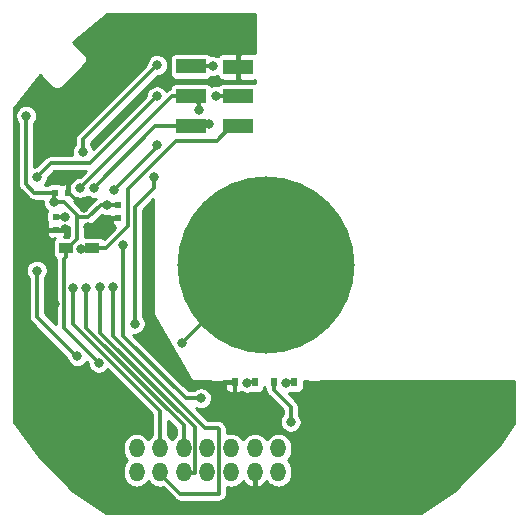
<source format=gbl>
%TF.GenerationSoftware,KiCad,Pcbnew,no-vcs-found-e0b9a21~60~ubuntu16.04.1*%
%TF.CreationDate,2017-10-13T14:39:50+03:00*%
%TF.ProjectId,livolo_1_channel_1way_eu_switch,6C69766F6C6F5F315F6368616E6E656C,rev?*%
%TF.SameCoordinates,Original*%
%TF.FileFunction,Copper,L2,Bot,Signal*%
%TF.FilePolarity,Positive*%
%FSLAX46Y46*%
G04 Gerber Fmt 4.6, Leading zero omitted, Abs format (unit mm)*
G04 Created by KiCad (PCBNEW no-vcs-found-e0b9a21~60~ubuntu16.04.1) date Fri Oct 13 14:39:50 2017*
%MOMM*%
%LPD*%
G01*
G04 APERTURE LIST*
%ADD10O,1.300000X1.600000*%
%ADD11R,2.500000X1.270000*%
%ADD12R,0.500000X0.600000*%
%ADD13R,0.600000X0.500000*%
%ADD14R,0.600000X0.800000*%
%ADD15R,1.200000X0.900000*%
%ADD16C,15.000000*%
%ADD17C,0.450000*%
%ADD18C,0.800000*%
%ADD19C,0.300000*%
%ADD20C,0.254000*%
G04 APERTURE END LIST*
D10*
X143650000Y-107550000D03*
X143650000Y-109550000D03*
X141650000Y-107550000D03*
X141650000Y-109550000D03*
X139650000Y-107550000D03*
X139650000Y-109550000D03*
X137650000Y-107550000D03*
X137650000Y-109550000D03*
X135650000Y-107550000D03*
X135650000Y-109550000D03*
X133650000Y-107550000D03*
X133650000Y-109550000D03*
X131650000Y-107550000D03*
X131650000Y-109550000D03*
D11*
X136250000Y-75210000D03*
X136250000Y-77750000D03*
X136250000Y-80290000D03*
X140250000Y-80290000D03*
X140250000Y-77750000D03*
X140250000Y-75250000D03*
D12*
X124800000Y-89050000D03*
X124800000Y-87950000D03*
D13*
X125850000Y-85900000D03*
X124750000Y-85900000D03*
D12*
X130100000Y-86950000D03*
X130100000Y-88050000D03*
D14*
X145000000Y-101950000D03*
X143300000Y-101950000D03*
X141650000Y-101950000D03*
X139950000Y-101950000D03*
D15*
X125700000Y-90600000D03*
X127900000Y-90600000D03*
D16*
X142575738Y-92033008D03*
D17*
X138649999Y-72000000D03*
X140649999Y-72000000D03*
X128649999Y-74000000D03*
X140649999Y-74000000D03*
X124649999Y-78000000D03*
X128649999Y-104000000D03*
X148649999Y-104000000D03*
X150649999Y-104000000D03*
X152649999Y-104000000D03*
X154649999Y-104000000D03*
X156649999Y-104000000D03*
X158649999Y-104000000D03*
X160649999Y-104000000D03*
X162649999Y-104000000D03*
X130649999Y-106000000D03*
X132649999Y-106000000D03*
X134649999Y-106000000D03*
X140649999Y-106000000D03*
X142649999Y-106000000D03*
X146649999Y-106000000D03*
X148649999Y-106000000D03*
X150649999Y-106000000D03*
X152649999Y-106000000D03*
X154649999Y-106000000D03*
X156649999Y-106000000D03*
X158649999Y-106000000D03*
X160649999Y-106000000D03*
X162649999Y-106000000D03*
X128649999Y-108000000D03*
X146649999Y-108000000D03*
X148649999Y-108000000D03*
X150649999Y-108000000D03*
X152649999Y-108000000D03*
X154649999Y-108000000D03*
X156649999Y-108000000D03*
X158649999Y-108000000D03*
X160649999Y-108000000D03*
X126649999Y-110000000D03*
X128649999Y-110000000D03*
X146649999Y-110000000D03*
X148649999Y-110000000D03*
X150649999Y-110000000D03*
X152649999Y-110000000D03*
X154649999Y-110000000D03*
X156649999Y-110000000D03*
X158649999Y-110000000D03*
X128649999Y-112000000D03*
X130649999Y-112000000D03*
X132649999Y-112000000D03*
X140649999Y-112000000D03*
X142649999Y-112000000D03*
X144649999Y-112000000D03*
X146649999Y-112000000D03*
X148649999Y-112000000D03*
X150649999Y-112000000D03*
X152649999Y-112000000D03*
X154649999Y-112000000D03*
X156649999Y-112000000D03*
D18*
X138100000Y-75200000D03*
X128443827Y-100308710D03*
X122300000Y-79400000D03*
X144700010Y-105300000D03*
X129180005Y-86956868D03*
X124636339Y-86692430D03*
X124699989Y-95315693D03*
X127400000Y-79000000D03*
X125400000Y-100900000D03*
X127524562Y-88800012D03*
X127200000Y-87200000D03*
X129600000Y-88900000D03*
X125600000Y-89000000D03*
X125600000Y-87949987D03*
X126950002Y-90700000D03*
X128033830Y-85500012D03*
X137784307Y-80084307D03*
X133354609Y-77754609D03*
X123200000Y-84600000D03*
X138400000Y-77700000D03*
X136900000Y-78900000D03*
X126900000Y-85500000D03*
X144300000Y-102000000D03*
X141000000Y-102000000D03*
X126629477Y-99740115D03*
X123200000Y-92500000D03*
X137100000Y-103300000D03*
X130516755Y-90299999D03*
X129636057Y-93904635D03*
X127377917Y-93969404D03*
X128586056Y-93899938D03*
X126300000Y-93974998D03*
X133400000Y-81900000D03*
X129700000Y-85700000D03*
X127100000Y-82500000D03*
X133400000Y-75100000D03*
X133100000Y-84600000D03*
X131500000Y-97000000D03*
X135500000Y-98600000D03*
D19*
X130100000Y-88050000D02*
X129600000Y-88050000D01*
X129600000Y-88050000D02*
X129600000Y-88900000D01*
X139635000Y-80290000D02*
X140250000Y-80290000D01*
X138425000Y-81500000D02*
X139635000Y-80290000D01*
X127900000Y-90600000D02*
X129032750Y-90600000D01*
X135015996Y-81500000D02*
X138425000Y-81500000D01*
X130900000Y-88732750D02*
X130900000Y-85615996D01*
X130900000Y-85615996D02*
X135015996Y-81500000D01*
X129032750Y-90600000D02*
X130900000Y-88732750D01*
X138600000Y-111400000D02*
X135350000Y-111400000D01*
X135350000Y-111400000D02*
X133650000Y-109700000D01*
X133650000Y-109700000D02*
X133650000Y-109550000D01*
X137400000Y-105800000D02*
X138500000Y-105800000D01*
X138500000Y-105800000D02*
X138600000Y-105900000D01*
X138600000Y-105900000D02*
X138600000Y-111400000D01*
X136600000Y-109677832D02*
X135777832Y-109677832D01*
X135777832Y-109677832D02*
X135650000Y-109550000D01*
X136600000Y-105777832D02*
X136600000Y-109677832D01*
X125499999Y-91550001D02*
X125499999Y-97364882D01*
X125700000Y-90600000D02*
X125700000Y-91350000D01*
X125700000Y-91350000D02*
X125499999Y-91550001D01*
X125499999Y-97364882D02*
X128443827Y-100308710D01*
X138100000Y-75200000D02*
X136260000Y-75200000D01*
X136260000Y-75200000D02*
X136250000Y-75210000D01*
X126784004Y-88000002D02*
X126600000Y-87815998D01*
X128614320Y-86956868D02*
X127571186Y-88000002D01*
X129180005Y-86956868D02*
X128614320Y-86956868D01*
X127571186Y-88000002D02*
X126784004Y-88000002D01*
X123000000Y-85900000D02*
X122300000Y-85200000D01*
X122300000Y-85200000D02*
X122300000Y-79400000D01*
X124750000Y-85900000D02*
X123000000Y-85900000D01*
X144700010Y-104050010D02*
X144700010Y-105300000D01*
X130100000Y-86950000D02*
X129186873Y-86950000D01*
X129186873Y-86950000D02*
X129180005Y-86956868D01*
X125476432Y-86692430D02*
X124636339Y-86692430D01*
X126600000Y-89850000D02*
X126600000Y-87815998D01*
X125700000Y-90600000D02*
X125850000Y-90600000D01*
X126600000Y-87815998D02*
X125476432Y-86692430D01*
X125850000Y-90600000D02*
X126600000Y-89850000D01*
X124636339Y-86692430D02*
X124636339Y-86013661D01*
X124636339Y-86013661D02*
X124750000Y-85900000D01*
X143300000Y-101950000D02*
X143300000Y-102650000D01*
X143300000Y-102650000D02*
X144700010Y-104050010D01*
X143650000Y-109400000D02*
X143650000Y-109550000D01*
X127762083Y-88800012D02*
X127524562Y-88800012D01*
X128512095Y-88050000D02*
X127762083Y-88800012D01*
X130100000Y-88050000D02*
X128512095Y-88050000D01*
X125900000Y-85900000D02*
X127200000Y-87200000D01*
X125850000Y-85900000D02*
X125900000Y-85900000D01*
X125550000Y-89050000D02*
X125600000Y-89000000D01*
X124800000Y-89050000D02*
X125550000Y-89050000D01*
X124800000Y-87950000D02*
X125599987Y-87950000D01*
X125599987Y-87950000D02*
X125600000Y-87949987D01*
X126950002Y-90700000D02*
X127800000Y-90700000D01*
X127800000Y-90700000D02*
X127900000Y-90600000D01*
X133243842Y-80290000D02*
X128033830Y-85500012D01*
X136250000Y-80290000D02*
X133243842Y-80290000D01*
X136455693Y-80084307D02*
X137218622Y-80084307D01*
X136250000Y-80290000D02*
X136455693Y-80084307D01*
X137218622Y-80084307D02*
X137784307Y-80084307D01*
X123200000Y-84600000D02*
X124400000Y-83400000D01*
X124400000Y-83400000D02*
X127709218Y-83400000D01*
X127709218Y-83400000D02*
X133354609Y-77754609D01*
X138400000Y-77700000D02*
X140200000Y-77700000D01*
X140200000Y-77700000D02*
X140250000Y-77750000D01*
X136900000Y-78900000D02*
X136900000Y-78400000D01*
X136900000Y-78400000D02*
X136250000Y-77750000D01*
X126900000Y-85500000D02*
X134650000Y-77750000D01*
X134650000Y-77750000D02*
X136250000Y-77750000D01*
X145000000Y-101950000D02*
X144350000Y-101950000D01*
X144350000Y-101950000D02*
X144300000Y-102000000D01*
X141650000Y-101950000D02*
X141050000Y-101950000D01*
X141050000Y-101950000D02*
X141000000Y-102000000D01*
X123200000Y-92500000D02*
X123200000Y-96400000D01*
X123200000Y-96400000D02*
X126540115Y-99740115D01*
X126540115Y-99740115D02*
X126629477Y-99740115D01*
X135800000Y-103300000D02*
X137100000Y-103300000D01*
X130516755Y-98016755D02*
X135800000Y-103300000D01*
X130516755Y-90299999D02*
X130516755Y-98016755D01*
X129636057Y-93904635D02*
X129636057Y-98036057D01*
X129636057Y-98036057D02*
X137400000Y-105800000D01*
X135650000Y-105605665D02*
X135650000Y-107550000D01*
X127377917Y-97333582D02*
X135650000Y-105605665D01*
X127377917Y-93969404D02*
X127377917Y-97333582D01*
X136600000Y-105777832D02*
X128586056Y-97763888D01*
X128586056Y-97763888D02*
X128586056Y-93899938D01*
X126300000Y-97033498D02*
X126300000Y-93974998D01*
X133650000Y-107550000D02*
X133650000Y-104383498D01*
X133650000Y-104383498D02*
X126300000Y-97033498D01*
X129700000Y-85700000D02*
X133400000Y-82000000D01*
X133400000Y-82000000D02*
X133400000Y-81900000D01*
X133400000Y-75100000D02*
X127100000Y-81400000D01*
X127100000Y-81400000D02*
X127100000Y-82500000D01*
X131500000Y-97000000D02*
X131500000Y-87100000D01*
X131500000Y-87100000D02*
X133100000Y-85500000D01*
X133100000Y-85500000D02*
X133100000Y-84600000D01*
X142575738Y-92033008D02*
X142066992Y-92033008D01*
X142066992Y-92033008D02*
X135500000Y-98600000D01*
D20*
G36*
X141673000Y-74116238D02*
X141653720Y-74108252D01*
X141551905Y-74088000D01*
X140454750Y-74088000D01*
X140323000Y-74219750D01*
X140323000Y-75177000D01*
X140343000Y-75177000D01*
X140343000Y-75323000D01*
X140323000Y-75323000D01*
X140323000Y-76280250D01*
X140454750Y-76412000D01*
X141551905Y-76412000D01*
X141653720Y-76391748D01*
X141673000Y-76383762D01*
X141673000Y-76616767D01*
X141603310Y-76595626D01*
X141500000Y-76585451D01*
X139000000Y-76585451D01*
X138896690Y-76595626D01*
X138797350Y-76625761D01*
X138705798Y-76674696D01*
X138625552Y-76740552D01*
X138583847Y-76791370D01*
X138497367Y-76773618D01*
X138315577Y-76772349D01*
X138137003Y-76806413D01*
X137968915Y-76874326D01*
X137940304Y-76820798D01*
X137874448Y-76740552D01*
X137794202Y-76674696D01*
X137702650Y-76625761D01*
X137603310Y-76595626D01*
X137500000Y-76585451D01*
X135000000Y-76585451D01*
X134896690Y-76595626D01*
X134797350Y-76625761D01*
X134705798Y-76674696D01*
X134625552Y-76740552D01*
X134559696Y-76820798D01*
X134510761Y-76912350D01*
X134480626Y-77011690D01*
X134471933Y-77099953D01*
X134458632Y-77103969D01*
X134398584Y-77121415D01*
X134395425Y-77123052D01*
X134392015Y-77124082D01*
X134336781Y-77153451D01*
X134281279Y-77182220D01*
X134278497Y-77184441D01*
X134275354Y-77186112D01*
X134226903Y-77225628D01*
X134178019Y-77264652D01*
X134173063Y-77269539D01*
X134172963Y-77269621D01*
X134172886Y-77269714D01*
X134171289Y-77271289D01*
X134156389Y-77286189D01*
X134076458Y-77165883D01*
X133948360Y-77036887D01*
X133797646Y-76935230D01*
X133630057Y-76864782D01*
X133451976Y-76828227D01*
X133270186Y-76826958D01*
X133091612Y-76861022D01*
X132923056Y-76929124D01*
X132770937Y-77028667D01*
X132641050Y-77155862D01*
X132538342Y-77305863D01*
X132466726Y-77472956D01*
X132428929Y-77650777D01*
X132427908Y-77723887D01*
X127971092Y-82180703D01*
X127922452Y-82062694D01*
X127821849Y-81911274D01*
X127777000Y-81866111D01*
X127777000Y-81680422D01*
X133429561Y-76027862D01*
X133471463Y-76028740D01*
X133650495Y-75997171D01*
X133819986Y-75931430D01*
X133973479Y-75834020D01*
X134105130Y-75708651D01*
X134209921Y-75560099D01*
X134283864Y-75394022D01*
X134324140Y-75216746D01*
X134327039Y-75009103D01*
X134291729Y-74830771D01*
X134222452Y-74662694D01*
X134164189Y-74575000D01*
X134470451Y-74575000D01*
X134470451Y-75845000D01*
X134480626Y-75948310D01*
X134510761Y-76047650D01*
X134559696Y-76139202D01*
X134625552Y-76219448D01*
X134705798Y-76285304D01*
X134797350Y-76334239D01*
X134896690Y-76364374D01*
X135000000Y-76374549D01*
X137500000Y-76374549D01*
X137603310Y-76364374D01*
X137702650Y-76334239D01*
X137794202Y-76285304D01*
X137874448Y-76219448D01*
X137940304Y-76139202D01*
X137952325Y-76116713D01*
X137989708Y-76124932D01*
X138171463Y-76128740D01*
X138350495Y-76097171D01*
X138494351Y-76041373D01*
X138532979Y-76134628D01*
X138590652Y-76220943D01*
X138664057Y-76294348D01*
X138750372Y-76352021D01*
X138846280Y-76391748D01*
X138948095Y-76412000D01*
X140045250Y-76412000D01*
X140177000Y-76280250D01*
X140177000Y-75323000D01*
X140157000Y-75323000D01*
X140157000Y-75177000D01*
X140177000Y-75177000D01*
X140177000Y-74219750D01*
X140045250Y-74088000D01*
X138948095Y-74088000D01*
X138846280Y-74108252D01*
X138750372Y-74147979D01*
X138664057Y-74205652D01*
X138590652Y-74279057D01*
X138532979Y-74365372D01*
X138529091Y-74374759D01*
X138375448Y-74310173D01*
X138197367Y-74273618D01*
X138015577Y-74272349D01*
X137943171Y-74286161D01*
X137940304Y-74280798D01*
X137874448Y-74200552D01*
X137794202Y-74134696D01*
X137702650Y-74085761D01*
X137603310Y-74055626D01*
X137500000Y-74045451D01*
X135000000Y-74045451D01*
X134896690Y-74055626D01*
X134797350Y-74085761D01*
X134705798Y-74134696D01*
X134625552Y-74200552D01*
X134559696Y-74280798D01*
X134510761Y-74372350D01*
X134480626Y-74471690D01*
X134470451Y-74575000D01*
X134164189Y-74575000D01*
X134121849Y-74511274D01*
X133993751Y-74382278D01*
X133843037Y-74280621D01*
X133675448Y-74210173D01*
X133497367Y-74173618D01*
X133315577Y-74172349D01*
X133137003Y-74206413D01*
X132968447Y-74274515D01*
X132816328Y-74374058D01*
X132686441Y-74501253D01*
X132583733Y-74651254D01*
X132512117Y-74818347D01*
X132474320Y-74996168D01*
X132473299Y-75069278D01*
X126621289Y-80921289D01*
X126581609Y-80969596D01*
X126541398Y-81017517D01*
X126539683Y-81020637D01*
X126537423Y-81023388D01*
X126507867Y-81078509D01*
X126477745Y-81133301D01*
X126476669Y-81136694D01*
X126474986Y-81139832D01*
X126456694Y-81199664D01*
X126437794Y-81259244D01*
X126437397Y-81262780D01*
X126436356Y-81266186D01*
X126430039Y-81328383D01*
X126423066Y-81390548D01*
X126423017Y-81397515D01*
X126423005Y-81397637D01*
X126423016Y-81397750D01*
X126423000Y-81400000D01*
X126423000Y-81865452D01*
X126386441Y-81901253D01*
X126283733Y-82051254D01*
X126212117Y-82218347D01*
X126174320Y-82396168D01*
X126171782Y-82577945D01*
X126198404Y-82723000D01*
X124400000Y-82723000D01*
X124337740Y-82729104D01*
X124275465Y-82734553D01*
X124272050Y-82735545D01*
X124268503Y-82735893D01*
X124208591Y-82753982D01*
X124148584Y-82771415D01*
X124145425Y-82773052D01*
X124142015Y-82774082D01*
X124086781Y-82803451D01*
X124031279Y-82832220D01*
X124028497Y-82834441D01*
X124025354Y-82836112D01*
X123976903Y-82875628D01*
X123928019Y-82914652D01*
X123923063Y-82919539D01*
X123922963Y-82919621D01*
X123922886Y-82919714D01*
X123921289Y-82921289D01*
X123169850Y-83672728D01*
X123115577Y-83672349D01*
X122977000Y-83698783D01*
X122977000Y-80035439D01*
X123005130Y-80008651D01*
X123109921Y-79860099D01*
X123183864Y-79694022D01*
X123224140Y-79516746D01*
X123227039Y-79309103D01*
X123191729Y-79130771D01*
X123122452Y-78962694D01*
X123021849Y-78811274D01*
X122893751Y-78682278D01*
X122743037Y-78580621D01*
X122575448Y-78510173D01*
X122397367Y-78473618D01*
X122215577Y-78472349D01*
X122037003Y-78506413D01*
X121868447Y-78574515D01*
X121716328Y-78674058D01*
X121586441Y-78801253D01*
X121483733Y-78951254D01*
X121412117Y-79118347D01*
X121374320Y-79296168D01*
X121371782Y-79477945D01*
X121404599Y-79656752D01*
X121471522Y-79825780D01*
X121570001Y-79978590D01*
X121623000Y-80033472D01*
X121623000Y-85200000D01*
X121629100Y-85262210D01*
X121634552Y-85324535D01*
X121635546Y-85327955D01*
X121635893Y-85331497D01*
X121653969Y-85391368D01*
X121671415Y-85451416D01*
X121673052Y-85454575D01*
X121674082Y-85457985D01*
X121703451Y-85513219D01*
X121732220Y-85568721D01*
X121734441Y-85571503D01*
X121736112Y-85574646D01*
X121775628Y-85623097D01*
X121814652Y-85671981D01*
X121819539Y-85676937D01*
X121819621Y-85677037D01*
X121819714Y-85677114D01*
X121821289Y-85678711D01*
X122521288Y-86378711D01*
X122569621Y-86418412D01*
X122617517Y-86458602D01*
X122620637Y-86460317D01*
X122623388Y-86462577D01*
X122678475Y-86492114D01*
X122733301Y-86522255D01*
X122736698Y-86523333D01*
X122739832Y-86525013D01*
X122799590Y-86543283D01*
X122859244Y-86562206D01*
X122862783Y-86562603D01*
X122866185Y-86563643D01*
X122928338Y-86569956D01*
X122990548Y-86576934D01*
X122997515Y-86576983D01*
X122997637Y-86576995D01*
X122997750Y-86576984D01*
X123000000Y-86577000D01*
X123713124Y-86577000D01*
X123710659Y-86588598D01*
X123708121Y-86770375D01*
X123740938Y-86949182D01*
X123807861Y-87118210D01*
X123906340Y-87271020D01*
X124032625Y-87401792D01*
X124070895Y-87428390D01*
X124060761Y-87447350D01*
X124030626Y-87546690D01*
X124020451Y-87650000D01*
X124020451Y-88250000D01*
X124030626Y-88353310D01*
X124060761Y-88452650D01*
X124084807Y-88497637D01*
X124082979Y-88500372D01*
X124043252Y-88596280D01*
X124023000Y-88698095D01*
X124023000Y-88845250D01*
X124154750Y-88977000D01*
X124727000Y-88977000D01*
X124727000Y-88957000D01*
X124873000Y-88957000D01*
X124873000Y-88977000D01*
X125445250Y-88977000D01*
X125546148Y-88876102D01*
X125671463Y-88878727D01*
X125850495Y-88847158D01*
X125923000Y-88819035D01*
X125923000Y-89569578D01*
X125872127Y-89620451D01*
X125503108Y-89620451D01*
X125517021Y-89599628D01*
X125556748Y-89503720D01*
X125577000Y-89401905D01*
X125577000Y-89254750D01*
X125445250Y-89123000D01*
X124873000Y-89123000D01*
X124873000Y-89143000D01*
X124727000Y-89143000D01*
X124727000Y-89123000D01*
X124154750Y-89123000D01*
X124023000Y-89254750D01*
X124023000Y-89401905D01*
X124043252Y-89503720D01*
X124082979Y-89599628D01*
X124140652Y-89685943D01*
X124214057Y-89759348D01*
X124300372Y-89817021D01*
X124396280Y-89856748D01*
X124498095Y-89877000D01*
X124595250Y-89877000D01*
X124726998Y-89745252D01*
X124726998Y-89774365D01*
X124725552Y-89775552D01*
X124659696Y-89855798D01*
X124610761Y-89947350D01*
X124580626Y-90046690D01*
X124570451Y-90150000D01*
X124570451Y-91050000D01*
X124580626Y-91153310D01*
X124610761Y-91252650D01*
X124659696Y-91344202D01*
X124725552Y-91424448D01*
X124805798Y-91490304D01*
X124827405Y-91501853D01*
X124823065Y-91540549D01*
X124823016Y-91547516D01*
X124823004Y-91547638D01*
X124823015Y-91547751D01*
X124822999Y-91550001D01*
X124822999Y-97065577D01*
X123877000Y-96119578D01*
X123877000Y-93135439D01*
X123905130Y-93108651D01*
X124009921Y-92960099D01*
X124083864Y-92794022D01*
X124124140Y-92616746D01*
X124127039Y-92409103D01*
X124091729Y-92230771D01*
X124022452Y-92062694D01*
X123921849Y-91911274D01*
X123793751Y-91782278D01*
X123643037Y-91680621D01*
X123475448Y-91610173D01*
X123297367Y-91573618D01*
X123115577Y-91572349D01*
X122937003Y-91606413D01*
X122768447Y-91674515D01*
X122616328Y-91774058D01*
X122486441Y-91901253D01*
X122383733Y-92051254D01*
X122312117Y-92218347D01*
X122274320Y-92396168D01*
X122271782Y-92577945D01*
X122304599Y-92756752D01*
X122371522Y-92925780D01*
X122470001Y-93078590D01*
X122523000Y-93133472D01*
X122523000Y-96400000D01*
X122529100Y-96462210D01*
X122534552Y-96524535D01*
X122535546Y-96527955D01*
X122535893Y-96531497D01*
X122553969Y-96591368D01*
X122571415Y-96651416D01*
X122573052Y-96654575D01*
X122574082Y-96657985D01*
X122603451Y-96713219D01*
X122632220Y-96768721D01*
X122634441Y-96771503D01*
X122636112Y-96774646D01*
X122675628Y-96823097D01*
X122714652Y-96871981D01*
X122719539Y-96876937D01*
X122719621Y-96877037D01*
X122719714Y-96877114D01*
X122721289Y-96878711D01*
X125710390Y-99867812D01*
X125734076Y-99996867D01*
X125800999Y-100165895D01*
X125899478Y-100318705D01*
X126025763Y-100449477D01*
X126175043Y-100553229D01*
X126341632Y-100626010D01*
X126519185Y-100665047D01*
X126700940Y-100668855D01*
X126879972Y-100637286D01*
X127049463Y-100571545D01*
X127202956Y-100474135D01*
X127334607Y-100348766D01*
X127413964Y-100236270D01*
X127516280Y-100338586D01*
X127515609Y-100386655D01*
X127548426Y-100565462D01*
X127615349Y-100734490D01*
X127713828Y-100887300D01*
X127840113Y-101018072D01*
X127989393Y-101121824D01*
X128155982Y-101194605D01*
X128333535Y-101233642D01*
X128515290Y-101237450D01*
X128694322Y-101205881D01*
X128863813Y-101140140D01*
X129017306Y-101042730D01*
X129148957Y-100917361D01*
X129181007Y-100871927D01*
X132973000Y-104663921D01*
X132973000Y-106434852D01*
X132826496Y-106552645D01*
X132678841Y-106728613D01*
X132650508Y-106780151D01*
X132630348Y-106742237D01*
X132485165Y-106564225D01*
X132308170Y-106417802D01*
X132106106Y-106308546D01*
X131886669Y-106240619D01*
X131658217Y-106216608D01*
X131429452Y-106237427D01*
X131209088Y-106302284D01*
X131005518Y-106408707D01*
X130826496Y-106552645D01*
X130678841Y-106728613D01*
X130568178Y-106929909D01*
X130498720Y-107148867D01*
X130473115Y-107377146D01*
X130473000Y-107393579D01*
X130473000Y-107706421D01*
X130495416Y-107935035D01*
X130561809Y-108154941D01*
X130669652Y-108357763D01*
X130814835Y-108535775D01*
X130830924Y-108549085D01*
X130826496Y-108552645D01*
X130678841Y-108728613D01*
X130568178Y-108929909D01*
X130498720Y-109148867D01*
X130473115Y-109377146D01*
X130473000Y-109393579D01*
X130473000Y-109706421D01*
X130495416Y-109935035D01*
X130561809Y-110154941D01*
X130669652Y-110357763D01*
X130814835Y-110535775D01*
X130991830Y-110682198D01*
X131193894Y-110791454D01*
X131413331Y-110859381D01*
X131641783Y-110883392D01*
X131870548Y-110862573D01*
X132090912Y-110797716D01*
X132294482Y-110691293D01*
X132473504Y-110547355D01*
X132621159Y-110371387D01*
X132649492Y-110319849D01*
X132669652Y-110357763D01*
X132814835Y-110535775D01*
X132991830Y-110682198D01*
X133193894Y-110791454D01*
X133413331Y-110859381D01*
X133641783Y-110883392D01*
X133856435Y-110863857D01*
X134871289Y-111878711D01*
X134919596Y-111918391D01*
X134967517Y-111958602D01*
X134970637Y-111960317D01*
X134973388Y-111962577D01*
X135028509Y-111992133D01*
X135083301Y-112022255D01*
X135086694Y-112023331D01*
X135089832Y-112025014D01*
X135149664Y-112043306D01*
X135209244Y-112062206D01*
X135212780Y-112062603D01*
X135216186Y-112063644D01*
X135278383Y-112069961D01*
X135340548Y-112076934D01*
X135347515Y-112076983D01*
X135347637Y-112076995D01*
X135347750Y-112076984D01*
X135350000Y-112077000D01*
X138600000Y-112077000D01*
X138663434Y-112070780D01*
X138726857Y-112065008D01*
X138729130Y-112064339D01*
X138731497Y-112064107D01*
X138792607Y-112045657D01*
X138853609Y-112027703D01*
X138855709Y-112026605D01*
X138857985Y-112025918D01*
X138914335Y-111995956D01*
X138970700Y-111966489D01*
X138972547Y-111965004D01*
X138974646Y-111963888D01*
X139024034Y-111923608D01*
X139073672Y-111883698D01*
X139075199Y-111881878D01*
X139077037Y-111880379D01*
X139117607Y-111831339D01*
X139158602Y-111782483D01*
X139159747Y-111780401D01*
X139161258Y-111778574D01*
X139191516Y-111722613D01*
X139222255Y-111666699D01*
X139222974Y-111664432D01*
X139224101Y-111662348D01*
X139242917Y-111601564D01*
X139262206Y-111540756D01*
X139262471Y-111538395D01*
X139263172Y-111536130D01*
X139269832Y-111472765D01*
X139276934Y-111409452D01*
X139276966Y-111404899D01*
X139276984Y-111404726D01*
X139276968Y-111404553D01*
X139277000Y-111400000D01*
X139277000Y-110817180D01*
X139413331Y-110859381D01*
X139641783Y-110883392D01*
X139870548Y-110862573D01*
X140090912Y-110797716D01*
X140294482Y-110691293D01*
X140473504Y-110547355D01*
X140621159Y-110371387D01*
X140651359Y-110316454D01*
X140711916Y-110414604D01*
X140869353Y-110583884D01*
X141056790Y-110719197D01*
X141267024Y-110815343D01*
X141394130Y-110848851D01*
X141577000Y-110742698D01*
X141577000Y-109623000D01*
X141557000Y-109623000D01*
X141557000Y-109477000D01*
X141577000Y-109477000D01*
X141577000Y-109457000D01*
X141723000Y-109457000D01*
X141723000Y-109477000D01*
X141743000Y-109477000D01*
X141743000Y-109623000D01*
X141723000Y-109623000D01*
X141723000Y-110742698D01*
X141905870Y-110848851D01*
X142032976Y-110815343D01*
X142243210Y-110719197D01*
X142430647Y-110583884D01*
X142588084Y-110414604D01*
X142648129Y-110317284D01*
X142669652Y-110357763D01*
X142814835Y-110535775D01*
X142991830Y-110682198D01*
X143193894Y-110791454D01*
X143413331Y-110859381D01*
X143641783Y-110883392D01*
X143870548Y-110862573D01*
X144090912Y-110797716D01*
X144294482Y-110691293D01*
X144473504Y-110547355D01*
X144621159Y-110371387D01*
X144731822Y-110170091D01*
X144801280Y-109951133D01*
X144826885Y-109722854D01*
X144827000Y-109706421D01*
X144827000Y-109393579D01*
X144804584Y-109164965D01*
X144738191Y-108945059D01*
X144630348Y-108742237D01*
X144485165Y-108564225D01*
X144469076Y-108550915D01*
X144473504Y-108547355D01*
X144621159Y-108371387D01*
X144731822Y-108170091D01*
X144801280Y-107951133D01*
X144826885Y-107722854D01*
X144827000Y-107706421D01*
X144827000Y-107393579D01*
X144804584Y-107164965D01*
X144738191Y-106945059D01*
X144630348Y-106742237D01*
X144485165Y-106564225D01*
X144308170Y-106417802D01*
X144106106Y-106308546D01*
X143886669Y-106240619D01*
X143658217Y-106216608D01*
X143429452Y-106237427D01*
X143209088Y-106302284D01*
X143005518Y-106408707D01*
X142826496Y-106552645D01*
X142678841Y-106728613D01*
X142650508Y-106780151D01*
X142630348Y-106742237D01*
X142485165Y-106564225D01*
X142308170Y-106417802D01*
X142106106Y-106308546D01*
X141886669Y-106240619D01*
X141658217Y-106216608D01*
X141429452Y-106237427D01*
X141209088Y-106302284D01*
X141005518Y-106408707D01*
X140826496Y-106552645D01*
X140678841Y-106728613D01*
X140650508Y-106780151D01*
X140630348Y-106742237D01*
X140485165Y-106564225D01*
X140308170Y-106417802D01*
X140106106Y-106308546D01*
X139886669Y-106240619D01*
X139658217Y-106216608D01*
X139429452Y-106237427D01*
X139277000Y-106282296D01*
X139277000Y-105900000D01*
X139270896Y-105837740D01*
X139265447Y-105775465D01*
X139264455Y-105772050D01*
X139264107Y-105768503D01*
X139246018Y-105708591D01*
X139228585Y-105648584D01*
X139226948Y-105645425D01*
X139225918Y-105642015D01*
X139196549Y-105586781D01*
X139167780Y-105531279D01*
X139165559Y-105528497D01*
X139163888Y-105525354D01*
X139124372Y-105476903D01*
X139085348Y-105428019D01*
X139080457Y-105423059D01*
X139080379Y-105422963D01*
X139080290Y-105422889D01*
X139078711Y-105421288D01*
X138978711Y-105321289D01*
X138930404Y-105281609D01*
X138882483Y-105241398D01*
X138879363Y-105239683D01*
X138876612Y-105237423D01*
X138821491Y-105207867D01*
X138766699Y-105177745D01*
X138763306Y-105176669D01*
X138760168Y-105174986D01*
X138700336Y-105156694D01*
X138640756Y-105137794D01*
X138637220Y-105137397D01*
X138633814Y-105136356D01*
X138571617Y-105130039D01*
X138509452Y-105123066D01*
X138502485Y-105123017D01*
X138502363Y-105123005D01*
X138502250Y-105123016D01*
X138500000Y-105123000D01*
X137680423Y-105123000D01*
X136689910Y-104132488D01*
X136812155Y-104185895D01*
X136989708Y-104224932D01*
X137171463Y-104228740D01*
X137350495Y-104197171D01*
X137519986Y-104131430D01*
X137673479Y-104034020D01*
X137805130Y-103908651D01*
X137909921Y-103760099D01*
X137983864Y-103594022D01*
X138024140Y-103416746D01*
X138027039Y-103209103D01*
X137991729Y-103030771D01*
X137922452Y-102862694D01*
X137821849Y-102711274D01*
X137693751Y-102582278D01*
X137543037Y-102480621D01*
X137375448Y-102410173D01*
X137197367Y-102373618D01*
X137015577Y-102372349D01*
X136837003Y-102406413D01*
X136668447Y-102474515D01*
X136516328Y-102574058D01*
X136466350Y-102623000D01*
X136080422Y-102623000D01*
X135612172Y-102154750D01*
X139123000Y-102154750D01*
X139123000Y-102401905D01*
X139143252Y-102503720D01*
X139182979Y-102599628D01*
X139240652Y-102685943D01*
X139314057Y-102759348D01*
X139400372Y-102817021D01*
X139496280Y-102856748D01*
X139598095Y-102877000D01*
X139745250Y-102877000D01*
X139877000Y-102745250D01*
X139877000Y-102023000D01*
X139254750Y-102023000D01*
X139123000Y-102154750D01*
X135612172Y-102154750D01*
X131380281Y-97922859D01*
X131389708Y-97924932D01*
X131571463Y-97928740D01*
X131750495Y-97897171D01*
X131919986Y-97831430D01*
X132073479Y-97734020D01*
X132205130Y-97608651D01*
X132309921Y-97460099D01*
X132383864Y-97294022D01*
X132424140Y-97116746D01*
X132427039Y-96909103D01*
X132391729Y-96730771D01*
X132322452Y-96562694D01*
X132221849Y-96411274D01*
X132177000Y-96366111D01*
X132177000Y-87380422D01*
X133073000Y-86484423D01*
X133073000Y-96293102D01*
X133090707Y-96357786D01*
X136290707Y-101764684D01*
X136310197Y-101789803D01*
X136351399Y-101817333D01*
X136400000Y-101827000D01*
X137889748Y-101827000D01*
X138103476Y-101920376D01*
X138348067Y-101974152D01*
X138598444Y-101979397D01*
X138845072Y-101935910D01*
X139078557Y-101845347D01*
X139107467Y-101827000D01*
X139204750Y-101827000D01*
X139254750Y-101877000D01*
X139877000Y-101877000D01*
X139877000Y-101857000D01*
X140023000Y-101857000D01*
X140023000Y-101877000D01*
X140043000Y-101877000D01*
X140043000Y-102023000D01*
X140023000Y-102023000D01*
X140023000Y-102745250D01*
X140154750Y-102877000D01*
X140301905Y-102877000D01*
X140403720Y-102856748D01*
X140499628Y-102817021D01*
X140525915Y-102799457D01*
X140545566Y-102813114D01*
X140712155Y-102885895D01*
X140889708Y-102924932D01*
X141071463Y-102928740D01*
X141250495Y-102897171D01*
X141306877Y-102875302D01*
X141350000Y-102879549D01*
X141950000Y-102879549D01*
X142053310Y-102869374D01*
X142152650Y-102839239D01*
X142244202Y-102790304D01*
X142324448Y-102724448D01*
X142390304Y-102644202D01*
X142439239Y-102552650D01*
X142469374Y-102453310D01*
X142475000Y-102396187D01*
X142480626Y-102453310D01*
X142510761Y-102552650D01*
X142559696Y-102644202D01*
X142625552Y-102724448D01*
X142630527Y-102728531D01*
X142634552Y-102774535D01*
X142635546Y-102777955D01*
X142635893Y-102781497D01*
X142653969Y-102841368D01*
X142671415Y-102901416D01*
X142673052Y-102904575D01*
X142674082Y-102907985D01*
X142703451Y-102963219D01*
X142732220Y-103018721D01*
X142734441Y-103021503D01*
X142736112Y-103024646D01*
X142775628Y-103073097D01*
X142814652Y-103121981D01*
X142819539Y-103126937D01*
X142819621Y-103127037D01*
X142819714Y-103127114D01*
X142821289Y-103128711D01*
X144023010Y-104330432D01*
X144023010Y-104665452D01*
X143986451Y-104701253D01*
X143883743Y-104851254D01*
X143812127Y-105018347D01*
X143774330Y-105196168D01*
X143771792Y-105377945D01*
X143804609Y-105556752D01*
X143871532Y-105725780D01*
X143970011Y-105878590D01*
X144096296Y-106009362D01*
X144245576Y-106113114D01*
X144412165Y-106185895D01*
X144589718Y-106224932D01*
X144771473Y-106228740D01*
X144950505Y-106197171D01*
X145119996Y-106131430D01*
X145273489Y-106034020D01*
X145405140Y-105908651D01*
X145509931Y-105760099D01*
X145583874Y-105594022D01*
X145624150Y-105416746D01*
X145627049Y-105209103D01*
X145591739Y-105030771D01*
X145522462Y-104862694D01*
X145421859Y-104711274D01*
X145377010Y-104666111D01*
X145377010Y-104050010D01*
X145370906Y-103987750D01*
X145365457Y-103925475D01*
X145364465Y-103922060D01*
X145364117Y-103918513D01*
X145346028Y-103858601D01*
X145328595Y-103798594D01*
X145326958Y-103795435D01*
X145325928Y-103792025D01*
X145296559Y-103736791D01*
X145267790Y-103681289D01*
X145265569Y-103678507D01*
X145263898Y-103675364D01*
X145224382Y-103626913D01*
X145185358Y-103578029D01*
X145180471Y-103573073D01*
X145180389Y-103572973D01*
X145180296Y-103572896D01*
X145178721Y-103571299D01*
X144511474Y-102904052D01*
X144550495Y-102897171D01*
X144617002Y-102871375D01*
X144700000Y-102879549D01*
X145300000Y-102879549D01*
X145403310Y-102869374D01*
X145502650Y-102839239D01*
X145594202Y-102790304D01*
X145674448Y-102724448D01*
X145740304Y-102644202D01*
X145789239Y-102552650D01*
X145819374Y-102453310D01*
X145829549Y-102350000D01*
X145829549Y-101827000D01*
X146089748Y-101827000D01*
X146303476Y-101920376D01*
X146548067Y-101974152D01*
X146798444Y-101979397D01*
X147045072Y-101935910D01*
X147278557Y-101845347D01*
X147307467Y-101827000D01*
X163623000Y-101827000D01*
X163623000Y-105429343D01*
X162458888Y-107225143D01*
X158533070Y-111153879D01*
X155723843Y-113024320D01*
X129075218Y-113024320D01*
X126267283Y-111154740D01*
X123381924Y-108236298D01*
X121277000Y-105313837D01*
X121277000Y-78701181D01*
X123448635Y-75965577D01*
X124492200Y-77009141D01*
X124534129Y-77043582D01*
X124575878Y-77078366D01*
X124577658Y-77079336D01*
X124579218Y-77080618D01*
X124627068Y-77106275D01*
X124674748Y-77132271D01*
X124676675Y-77132875D01*
X124678462Y-77133833D01*
X124730511Y-77149746D01*
X124782206Y-77165946D01*
X124784212Y-77166164D01*
X124786152Y-77166757D01*
X124840236Y-77172251D01*
X124894158Y-77178109D01*
X124896174Y-77177933D01*
X124898186Y-77178137D01*
X124952306Y-77173021D01*
X125006340Y-77168293D01*
X125008278Y-77167730D01*
X125010298Y-77167539D01*
X125062412Y-77152003D01*
X125114480Y-77136876D01*
X125116276Y-77135945D01*
X125118215Y-77135367D01*
X125166298Y-77110016D01*
X125214457Y-77085053D01*
X125216035Y-77083793D01*
X125217828Y-77082848D01*
X125260087Y-77048627D01*
X125302465Y-77014797D01*
X125305230Y-77012070D01*
X125305343Y-77011979D01*
X125305436Y-77011868D01*
X125308201Y-77009141D01*
X127307181Y-75010160D01*
X127341473Y-74968412D01*
X127376131Y-74926886D01*
X127377220Y-74924893D01*
X127378658Y-74923142D01*
X127404213Y-74875483D01*
X127430120Y-74828061D01*
X127430799Y-74825901D01*
X127431873Y-74823898D01*
X127447712Y-74772091D01*
X127463886Y-74720632D01*
X127464132Y-74718382D01*
X127464797Y-74716208D01*
X127470269Y-74662338D01*
X127476143Y-74608691D01*
X127475947Y-74606434D01*
X127476177Y-74604174D01*
X127471083Y-74550282D01*
X127466423Y-74496501D01*
X127465793Y-74494325D01*
X127465579Y-74492063D01*
X127450116Y-74440194D01*
X127435097Y-74388334D01*
X127434056Y-74386321D01*
X127433407Y-74384145D01*
X127408163Y-74336264D01*
X127383359Y-74288313D01*
X127381948Y-74286542D01*
X127380888Y-74284532D01*
X127346826Y-74242470D01*
X127313178Y-74200246D01*
X127310111Y-74197131D01*
X127310019Y-74197017D01*
X127309908Y-74196925D01*
X127307526Y-74194505D01*
X126256091Y-73141288D01*
X129108068Y-70777000D01*
X141673000Y-70777000D01*
X141673000Y-74116238D01*
X141673000Y-74116238D01*
G37*
X141673000Y-74116238D02*
X141653720Y-74108252D01*
X141551905Y-74088000D01*
X140454750Y-74088000D01*
X140323000Y-74219750D01*
X140323000Y-75177000D01*
X140343000Y-75177000D01*
X140343000Y-75323000D01*
X140323000Y-75323000D01*
X140323000Y-76280250D01*
X140454750Y-76412000D01*
X141551905Y-76412000D01*
X141653720Y-76391748D01*
X141673000Y-76383762D01*
X141673000Y-76616767D01*
X141603310Y-76595626D01*
X141500000Y-76585451D01*
X139000000Y-76585451D01*
X138896690Y-76595626D01*
X138797350Y-76625761D01*
X138705798Y-76674696D01*
X138625552Y-76740552D01*
X138583847Y-76791370D01*
X138497367Y-76773618D01*
X138315577Y-76772349D01*
X138137003Y-76806413D01*
X137968915Y-76874326D01*
X137940304Y-76820798D01*
X137874448Y-76740552D01*
X137794202Y-76674696D01*
X137702650Y-76625761D01*
X137603310Y-76595626D01*
X137500000Y-76585451D01*
X135000000Y-76585451D01*
X134896690Y-76595626D01*
X134797350Y-76625761D01*
X134705798Y-76674696D01*
X134625552Y-76740552D01*
X134559696Y-76820798D01*
X134510761Y-76912350D01*
X134480626Y-77011690D01*
X134471933Y-77099953D01*
X134458632Y-77103969D01*
X134398584Y-77121415D01*
X134395425Y-77123052D01*
X134392015Y-77124082D01*
X134336781Y-77153451D01*
X134281279Y-77182220D01*
X134278497Y-77184441D01*
X134275354Y-77186112D01*
X134226903Y-77225628D01*
X134178019Y-77264652D01*
X134173063Y-77269539D01*
X134172963Y-77269621D01*
X134172886Y-77269714D01*
X134171289Y-77271289D01*
X134156389Y-77286189D01*
X134076458Y-77165883D01*
X133948360Y-77036887D01*
X133797646Y-76935230D01*
X133630057Y-76864782D01*
X133451976Y-76828227D01*
X133270186Y-76826958D01*
X133091612Y-76861022D01*
X132923056Y-76929124D01*
X132770937Y-77028667D01*
X132641050Y-77155862D01*
X132538342Y-77305863D01*
X132466726Y-77472956D01*
X132428929Y-77650777D01*
X132427908Y-77723887D01*
X127971092Y-82180703D01*
X127922452Y-82062694D01*
X127821849Y-81911274D01*
X127777000Y-81866111D01*
X127777000Y-81680422D01*
X133429561Y-76027862D01*
X133471463Y-76028740D01*
X133650495Y-75997171D01*
X133819986Y-75931430D01*
X133973479Y-75834020D01*
X134105130Y-75708651D01*
X134209921Y-75560099D01*
X134283864Y-75394022D01*
X134324140Y-75216746D01*
X134327039Y-75009103D01*
X134291729Y-74830771D01*
X134222452Y-74662694D01*
X134164189Y-74575000D01*
X134470451Y-74575000D01*
X134470451Y-75845000D01*
X134480626Y-75948310D01*
X134510761Y-76047650D01*
X134559696Y-76139202D01*
X134625552Y-76219448D01*
X134705798Y-76285304D01*
X134797350Y-76334239D01*
X134896690Y-76364374D01*
X135000000Y-76374549D01*
X137500000Y-76374549D01*
X137603310Y-76364374D01*
X137702650Y-76334239D01*
X137794202Y-76285304D01*
X137874448Y-76219448D01*
X137940304Y-76139202D01*
X137952325Y-76116713D01*
X137989708Y-76124932D01*
X138171463Y-76128740D01*
X138350495Y-76097171D01*
X138494351Y-76041373D01*
X138532979Y-76134628D01*
X138590652Y-76220943D01*
X138664057Y-76294348D01*
X138750372Y-76352021D01*
X138846280Y-76391748D01*
X138948095Y-76412000D01*
X140045250Y-76412000D01*
X140177000Y-76280250D01*
X140177000Y-75323000D01*
X140157000Y-75323000D01*
X140157000Y-75177000D01*
X140177000Y-75177000D01*
X140177000Y-74219750D01*
X140045250Y-74088000D01*
X138948095Y-74088000D01*
X138846280Y-74108252D01*
X138750372Y-74147979D01*
X138664057Y-74205652D01*
X138590652Y-74279057D01*
X138532979Y-74365372D01*
X138529091Y-74374759D01*
X138375448Y-74310173D01*
X138197367Y-74273618D01*
X138015577Y-74272349D01*
X137943171Y-74286161D01*
X137940304Y-74280798D01*
X137874448Y-74200552D01*
X137794202Y-74134696D01*
X137702650Y-74085761D01*
X137603310Y-74055626D01*
X137500000Y-74045451D01*
X135000000Y-74045451D01*
X134896690Y-74055626D01*
X134797350Y-74085761D01*
X134705798Y-74134696D01*
X134625552Y-74200552D01*
X134559696Y-74280798D01*
X134510761Y-74372350D01*
X134480626Y-74471690D01*
X134470451Y-74575000D01*
X134164189Y-74575000D01*
X134121849Y-74511274D01*
X133993751Y-74382278D01*
X133843037Y-74280621D01*
X133675448Y-74210173D01*
X133497367Y-74173618D01*
X133315577Y-74172349D01*
X133137003Y-74206413D01*
X132968447Y-74274515D01*
X132816328Y-74374058D01*
X132686441Y-74501253D01*
X132583733Y-74651254D01*
X132512117Y-74818347D01*
X132474320Y-74996168D01*
X132473299Y-75069278D01*
X126621289Y-80921289D01*
X126581609Y-80969596D01*
X126541398Y-81017517D01*
X126539683Y-81020637D01*
X126537423Y-81023388D01*
X126507867Y-81078509D01*
X126477745Y-81133301D01*
X126476669Y-81136694D01*
X126474986Y-81139832D01*
X126456694Y-81199664D01*
X126437794Y-81259244D01*
X126437397Y-81262780D01*
X126436356Y-81266186D01*
X126430039Y-81328383D01*
X126423066Y-81390548D01*
X126423017Y-81397515D01*
X126423005Y-81397637D01*
X126423016Y-81397750D01*
X126423000Y-81400000D01*
X126423000Y-81865452D01*
X126386441Y-81901253D01*
X126283733Y-82051254D01*
X126212117Y-82218347D01*
X126174320Y-82396168D01*
X126171782Y-82577945D01*
X126198404Y-82723000D01*
X124400000Y-82723000D01*
X124337740Y-82729104D01*
X124275465Y-82734553D01*
X124272050Y-82735545D01*
X124268503Y-82735893D01*
X124208591Y-82753982D01*
X124148584Y-82771415D01*
X124145425Y-82773052D01*
X124142015Y-82774082D01*
X124086781Y-82803451D01*
X124031279Y-82832220D01*
X124028497Y-82834441D01*
X124025354Y-82836112D01*
X123976903Y-82875628D01*
X123928019Y-82914652D01*
X123923063Y-82919539D01*
X123922963Y-82919621D01*
X123922886Y-82919714D01*
X123921289Y-82921289D01*
X123169850Y-83672728D01*
X123115577Y-83672349D01*
X122977000Y-83698783D01*
X122977000Y-80035439D01*
X123005130Y-80008651D01*
X123109921Y-79860099D01*
X123183864Y-79694022D01*
X123224140Y-79516746D01*
X123227039Y-79309103D01*
X123191729Y-79130771D01*
X123122452Y-78962694D01*
X123021849Y-78811274D01*
X122893751Y-78682278D01*
X122743037Y-78580621D01*
X122575448Y-78510173D01*
X122397367Y-78473618D01*
X122215577Y-78472349D01*
X122037003Y-78506413D01*
X121868447Y-78574515D01*
X121716328Y-78674058D01*
X121586441Y-78801253D01*
X121483733Y-78951254D01*
X121412117Y-79118347D01*
X121374320Y-79296168D01*
X121371782Y-79477945D01*
X121404599Y-79656752D01*
X121471522Y-79825780D01*
X121570001Y-79978590D01*
X121623000Y-80033472D01*
X121623000Y-85200000D01*
X121629100Y-85262210D01*
X121634552Y-85324535D01*
X121635546Y-85327955D01*
X121635893Y-85331497D01*
X121653969Y-85391368D01*
X121671415Y-85451416D01*
X121673052Y-85454575D01*
X121674082Y-85457985D01*
X121703451Y-85513219D01*
X121732220Y-85568721D01*
X121734441Y-85571503D01*
X121736112Y-85574646D01*
X121775628Y-85623097D01*
X121814652Y-85671981D01*
X121819539Y-85676937D01*
X121819621Y-85677037D01*
X121819714Y-85677114D01*
X121821289Y-85678711D01*
X122521288Y-86378711D01*
X122569621Y-86418412D01*
X122617517Y-86458602D01*
X122620637Y-86460317D01*
X122623388Y-86462577D01*
X122678475Y-86492114D01*
X122733301Y-86522255D01*
X122736698Y-86523333D01*
X122739832Y-86525013D01*
X122799590Y-86543283D01*
X122859244Y-86562206D01*
X122862783Y-86562603D01*
X122866185Y-86563643D01*
X122928338Y-86569956D01*
X122990548Y-86576934D01*
X122997515Y-86576983D01*
X122997637Y-86576995D01*
X122997750Y-86576984D01*
X123000000Y-86577000D01*
X123713124Y-86577000D01*
X123710659Y-86588598D01*
X123708121Y-86770375D01*
X123740938Y-86949182D01*
X123807861Y-87118210D01*
X123906340Y-87271020D01*
X124032625Y-87401792D01*
X124070895Y-87428390D01*
X124060761Y-87447350D01*
X124030626Y-87546690D01*
X124020451Y-87650000D01*
X124020451Y-88250000D01*
X124030626Y-88353310D01*
X124060761Y-88452650D01*
X124084807Y-88497637D01*
X124082979Y-88500372D01*
X124043252Y-88596280D01*
X124023000Y-88698095D01*
X124023000Y-88845250D01*
X124154750Y-88977000D01*
X124727000Y-88977000D01*
X124727000Y-88957000D01*
X124873000Y-88957000D01*
X124873000Y-88977000D01*
X125445250Y-88977000D01*
X125546148Y-88876102D01*
X125671463Y-88878727D01*
X125850495Y-88847158D01*
X125923000Y-88819035D01*
X125923000Y-89569578D01*
X125872127Y-89620451D01*
X125503108Y-89620451D01*
X125517021Y-89599628D01*
X125556748Y-89503720D01*
X125577000Y-89401905D01*
X125577000Y-89254750D01*
X125445250Y-89123000D01*
X124873000Y-89123000D01*
X124873000Y-89143000D01*
X124727000Y-89143000D01*
X124727000Y-89123000D01*
X124154750Y-89123000D01*
X124023000Y-89254750D01*
X124023000Y-89401905D01*
X124043252Y-89503720D01*
X124082979Y-89599628D01*
X124140652Y-89685943D01*
X124214057Y-89759348D01*
X124300372Y-89817021D01*
X124396280Y-89856748D01*
X124498095Y-89877000D01*
X124595250Y-89877000D01*
X124726998Y-89745252D01*
X124726998Y-89774365D01*
X124725552Y-89775552D01*
X124659696Y-89855798D01*
X124610761Y-89947350D01*
X124580626Y-90046690D01*
X124570451Y-90150000D01*
X124570451Y-91050000D01*
X124580626Y-91153310D01*
X124610761Y-91252650D01*
X124659696Y-91344202D01*
X124725552Y-91424448D01*
X124805798Y-91490304D01*
X124827405Y-91501853D01*
X124823065Y-91540549D01*
X124823016Y-91547516D01*
X124823004Y-91547638D01*
X124823015Y-91547751D01*
X124822999Y-91550001D01*
X124822999Y-97065577D01*
X123877000Y-96119578D01*
X123877000Y-93135439D01*
X123905130Y-93108651D01*
X124009921Y-92960099D01*
X124083864Y-92794022D01*
X124124140Y-92616746D01*
X124127039Y-92409103D01*
X124091729Y-92230771D01*
X124022452Y-92062694D01*
X123921849Y-91911274D01*
X123793751Y-91782278D01*
X123643037Y-91680621D01*
X123475448Y-91610173D01*
X123297367Y-91573618D01*
X123115577Y-91572349D01*
X122937003Y-91606413D01*
X122768447Y-91674515D01*
X122616328Y-91774058D01*
X122486441Y-91901253D01*
X122383733Y-92051254D01*
X122312117Y-92218347D01*
X122274320Y-92396168D01*
X122271782Y-92577945D01*
X122304599Y-92756752D01*
X122371522Y-92925780D01*
X122470001Y-93078590D01*
X122523000Y-93133472D01*
X122523000Y-96400000D01*
X122529100Y-96462210D01*
X122534552Y-96524535D01*
X122535546Y-96527955D01*
X122535893Y-96531497D01*
X122553969Y-96591368D01*
X122571415Y-96651416D01*
X122573052Y-96654575D01*
X122574082Y-96657985D01*
X122603451Y-96713219D01*
X122632220Y-96768721D01*
X122634441Y-96771503D01*
X122636112Y-96774646D01*
X122675628Y-96823097D01*
X122714652Y-96871981D01*
X122719539Y-96876937D01*
X122719621Y-96877037D01*
X122719714Y-96877114D01*
X122721289Y-96878711D01*
X125710390Y-99867812D01*
X125734076Y-99996867D01*
X125800999Y-100165895D01*
X125899478Y-100318705D01*
X126025763Y-100449477D01*
X126175043Y-100553229D01*
X126341632Y-100626010D01*
X126519185Y-100665047D01*
X126700940Y-100668855D01*
X126879972Y-100637286D01*
X127049463Y-100571545D01*
X127202956Y-100474135D01*
X127334607Y-100348766D01*
X127413964Y-100236270D01*
X127516280Y-100338586D01*
X127515609Y-100386655D01*
X127548426Y-100565462D01*
X127615349Y-100734490D01*
X127713828Y-100887300D01*
X127840113Y-101018072D01*
X127989393Y-101121824D01*
X128155982Y-101194605D01*
X128333535Y-101233642D01*
X128515290Y-101237450D01*
X128694322Y-101205881D01*
X128863813Y-101140140D01*
X129017306Y-101042730D01*
X129148957Y-100917361D01*
X129181007Y-100871927D01*
X132973000Y-104663921D01*
X132973000Y-106434852D01*
X132826496Y-106552645D01*
X132678841Y-106728613D01*
X132650508Y-106780151D01*
X132630348Y-106742237D01*
X132485165Y-106564225D01*
X132308170Y-106417802D01*
X132106106Y-106308546D01*
X131886669Y-106240619D01*
X131658217Y-106216608D01*
X131429452Y-106237427D01*
X131209088Y-106302284D01*
X131005518Y-106408707D01*
X130826496Y-106552645D01*
X130678841Y-106728613D01*
X130568178Y-106929909D01*
X130498720Y-107148867D01*
X130473115Y-107377146D01*
X130473000Y-107393579D01*
X130473000Y-107706421D01*
X130495416Y-107935035D01*
X130561809Y-108154941D01*
X130669652Y-108357763D01*
X130814835Y-108535775D01*
X130830924Y-108549085D01*
X130826496Y-108552645D01*
X130678841Y-108728613D01*
X130568178Y-108929909D01*
X130498720Y-109148867D01*
X130473115Y-109377146D01*
X130473000Y-109393579D01*
X130473000Y-109706421D01*
X130495416Y-109935035D01*
X130561809Y-110154941D01*
X130669652Y-110357763D01*
X130814835Y-110535775D01*
X130991830Y-110682198D01*
X131193894Y-110791454D01*
X131413331Y-110859381D01*
X131641783Y-110883392D01*
X131870548Y-110862573D01*
X132090912Y-110797716D01*
X132294482Y-110691293D01*
X132473504Y-110547355D01*
X132621159Y-110371387D01*
X132649492Y-110319849D01*
X132669652Y-110357763D01*
X132814835Y-110535775D01*
X132991830Y-110682198D01*
X133193894Y-110791454D01*
X133413331Y-110859381D01*
X133641783Y-110883392D01*
X133856435Y-110863857D01*
X134871289Y-111878711D01*
X134919596Y-111918391D01*
X134967517Y-111958602D01*
X134970637Y-111960317D01*
X134973388Y-111962577D01*
X135028509Y-111992133D01*
X135083301Y-112022255D01*
X135086694Y-112023331D01*
X135089832Y-112025014D01*
X135149664Y-112043306D01*
X135209244Y-112062206D01*
X135212780Y-112062603D01*
X135216186Y-112063644D01*
X135278383Y-112069961D01*
X135340548Y-112076934D01*
X135347515Y-112076983D01*
X135347637Y-112076995D01*
X135347750Y-112076984D01*
X135350000Y-112077000D01*
X138600000Y-112077000D01*
X138663434Y-112070780D01*
X138726857Y-112065008D01*
X138729130Y-112064339D01*
X138731497Y-112064107D01*
X138792607Y-112045657D01*
X138853609Y-112027703D01*
X138855709Y-112026605D01*
X138857985Y-112025918D01*
X138914335Y-111995956D01*
X138970700Y-111966489D01*
X138972547Y-111965004D01*
X138974646Y-111963888D01*
X139024034Y-111923608D01*
X139073672Y-111883698D01*
X139075199Y-111881878D01*
X139077037Y-111880379D01*
X139117607Y-111831339D01*
X139158602Y-111782483D01*
X139159747Y-111780401D01*
X139161258Y-111778574D01*
X139191516Y-111722613D01*
X139222255Y-111666699D01*
X139222974Y-111664432D01*
X139224101Y-111662348D01*
X139242917Y-111601564D01*
X139262206Y-111540756D01*
X139262471Y-111538395D01*
X139263172Y-111536130D01*
X139269832Y-111472765D01*
X139276934Y-111409452D01*
X139276966Y-111404899D01*
X139276984Y-111404726D01*
X139276968Y-111404553D01*
X139277000Y-111400000D01*
X139277000Y-110817180D01*
X139413331Y-110859381D01*
X139641783Y-110883392D01*
X139870548Y-110862573D01*
X140090912Y-110797716D01*
X140294482Y-110691293D01*
X140473504Y-110547355D01*
X140621159Y-110371387D01*
X140651359Y-110316454D01*
X140711916Y-110414604D01*
X140869353Y-110583884D01*
X141056790Y-110719197D01*
X141267024Y-110815343D01*
X141394130Y-110848851D01*
X141577000Y-110742698D01*
X141577000Y-109623000D01*
X141557000Y-109623000D01*
X141557000Y-109477000D01*
X141577000Y-109477000D01*
X141577000Y-109457000D01*
X141723000Y-109457000D01*
X141723000Y-109477000D01*
X141743000Y-109477000D01*
X141743000Y-109623000D01*
X141723000Y-109623000D01*
X141723000Y-110742698D01*
X141905870Y-110848851D01*
X142032976Y-110815343D01*
X142243210Y-110719197D01*
X142430647Y-110583884D01*
X142588084Y-110414604D01*
X142648129Y-110317284D01*
X142669652Y-110357763D01*
X142814835Y-110535775D01*
X142991830Y-110682198D01*
X143193894Y-110791454D01*
X143413331Y-110859381D01*
X143641783Y-110883392D01*
X143870548Y-110862573D01*
X144090912Y-110797716D01*
X144294482Y-110691293D01*
X144473504Y-110547355D01*
X144621159Y-110371387D01*
X144731822Y-110170091D01*
X144801280Y-109951133D01*
X144826885Y-109722854D01*
X144827000Y-109706421D01*
X144827000Y-109393579D01*
X144804584Y-109164965D01*
X144738191Y-108945059D01*
X144630348Y-108742237D01*
X144485165Y-108564225D01*
X144469076Y-108550915D01*
X144473504Y-108547355D01*
X144621159Y-108371387D01*
X144731822Y-108170091D01*
X144801280Y-107951133D01*
X144826885Y-107722854D01*
X144827000Y-107706421D01*
X144827000Y-107393579D01*
X144804584Y-107164965D01*
X144738191Y-106945059D01*
X144630348Y-106742237D01*
X144485165Y-106564225D01*
X144308170Y-106417802D01*
X144106106Y-106308546D01*
X143886669Y-106240619D01*
X143658217Y-106216608D01*
X143429452Y-106237427D01*
X143209088Y-106302284D01*
X143005518Y-106408707D01*
X142826496Y-106552645D01*
X142678841Y-106728613D01*
X142650508Y-106780151D01*
X142630348Y-106742237D01*
X142485165Y-106564225D01*
X142308170Y-106417802D01*
X142106106Y-106308546D01*
X141886669Y-106240619D01*
X141658217Y-106216608D01*
X141429452Y-106237427D01*
X141209088Y-106302284D01*
X141005518Y-106408707D01*
X140826496Y-106552645D01*
X140678841Y-106728613D01*
X140650508Y-106780151D01*
X140630348Y-106742237D01*
X140485165Y-106564225D01*
X140308170Y-106417802D01*
X140106106Y-106308546D01*
X139886669Y-106240619D01*
X139658217Y-106216608D01*
X139429452Y-106237427D01*
X139277000Y-106282296D01*
X139277000Y-105900000D01*
X139270896Y-105837740D01*
X139265447Y-105775465D01*
X139264455Y-105772050D01*
X139264107Y-105768503D01*
X139246018Y-105708591D01*
X139228585Y-105648584D01*
X139226948Y-105645425D01*
X139225918Y-105642015D01*
X139196549Y-105586781D01*
X139167780Y-105531279D01*
X139165559Y-105528497D01*
X139163888Y-105525354D01*
X139124372Y-105476903D01*
X139085348Y-105428019D01*
X139080457Y-105423059D01*
X139080379Y-105422963D01*
X139080290Y-105422889D01*
X139078711Y-105421288D01*
X138978711Y-105321289D01*
X138930404Y-105281609D01*
X138882483Y-105241398D01*
X138879363Y-105239683D01*
X138876612Y-105237423D01*
X138821491Y-105207867D01*
X138766699Y-105177745D01*
X138763306Y-105176669D01*
X138760168Y-105174986D01*
X138700336Y-105156694D01*
X138640756Y-105137794D01*
X138637220Y-105137397D01*
X138633814Y-105136356D01*
X138571617Y-105130039D01*
X138509452Y-105123066D01*
X138502485Y-105123017D01*
X138502363Y-105123005D01*
X138502250Y-105123016D01*
X138500000Y-105123000D01*
X137680423Y-105123000D01*
X136689910Y-104132488D01*
X136812155Y-104185895D01*
X136989708Y-104224932D01*
X137171463Y-104228740D01*
X137350495Y-104197171D01*
X137519986Y-104131430D01*
X137673479Y-104034020D01*
X137805130Y-103908651D01*
X137909921Y-103760099D01*
X137983864Y-103594022D01*
X138024140Y-103416746D01*
X138027039Y-103209103D01*
X137991729Y-103030771D01*
X137922452Y-102862694D01*
X137821849Y-102711274D01*
X137693751Y-102582278D01*
X137543037Y-102480621D01*
X137375448Y-102410173D01*
X137197367Y-102373618D01*
X137015577Y-102372349D01*
X136837003Y-102406413D01*
X136668447Y-102474515D01*
X136516328Y-102574058D01*
X136466350Y-102623000D01*
X136080422Y-102623000D01*
X135612172Y-102154750D01*
X139123000Y-102154750D01*
X139123000Y-102401905D01*
X139143252Y-102503720D01*
X139182979Y-102599628D01*
X139240652Y-102685943D01*
X139314057Y-102759348D01*
X139400372Y-102817021D01*
X139496280Y-102856748D01*
X139598095Y-102877000D01*
X139745250Y-102877000D01*
X139877000Y-102745250D01*
X139877000Y-102023000D01*
X139254750Y-102023000D01*
X139123000Y-102154750D01*
X135612172Y-102154750D01*
X131380281Y-97922859D01*
X131389708Y-97924932D01*
X131571463Y-97928740D01*
X131750495Y-97897171D01*
X131919986Y-97831430D01*
X132073479Y-97734020D01*
X132205130Y-97608651D01*
X132309921Y-97460099D01*
X132383864Y-97294022D01*
X132424140Y-97116746D01*
X132427039Y-96909103D01*
X132391729Y-96730771D01*
X132322452Y-96562694D01*
X132221849Y-96411274D01*
X132177000Y-96366111D01*
X132177000Y-87380422D01*
X133073000Y-86484423D01*
X133073000Y-96293102D01*
X133090707Y-96357786D01*
X136290707Y-101764684D01*
X136310197Y-101789803D01*
X136351399Y-101817333D01*
X136400000Y-101827000D01*
X137889748Y-101827000D01*
X138103476Y-101920376D01*
X138348067Y-101974152D01*
X138598444Y-101979397D01*
X138845072Y-101935910D01*
X139078557Y-101845347D01*
X139107467Y-101827000D01*
X139204750Y-101827000D01*
X139254750Y-101877000D01*
X139877000Y-101877000D01*
X139877000Y-101857000D01*
X140023000Y-101857000D01*
X140023000Y-101877000D01*
X140043000Y-101877000D01*
X140043000Y-102023000D01*
X140023000Y-102023000D01*
X140023000Y-102745250D01*
X140154750Y-102877000D01*
X140301905Y-102877000D01*
X140403720Y-102856748D01*
X140499628Y-102817021D01*
X140525915Y-102799457D01*
X140545566Y-102813114D01*
X140712155Y-102885895D01*
X140889708Y-102924932D01*
X141071463Y-102928740D01*
X141250495Y-102897171D01*
X141306877Y-102875302D01*
X141350000Y-102879549D01*
X141950000Y-102879549D01*
X142053310Y-102869374D01*
X142152650Y-102839239D01*
X142244202Y-102790304D01*
X142324448Y-102724448D01*
X142390304Y-102644202D01*
X142439239Y-102552650D01*
X142469374Y-102453310D01*
X142475000Y-102396187D01*
X142480626Y-102453310D01*
X142510761Y-102552650D01*
X142559696Y-102644202D01*
X142625552Y-102724448D01*
X142630527Y-102728531D01*
X142634552Y-102774535D01*
X142635546Y-102777955D01*
X142635893Y-102781497D01*
X142653969Y-102841368D01*
X142671415Y-102901416D01*
X142673052Y-102904575D01*
X142674082Y-102907985D01*
X142703451Y-102963219D01*
X142732220Y-103018721D01*
X142734441Y-103021503D01*
X142736112Y-103024646D01*
X142775628Y-103073097D01*
X142814652Y-103121981D01*
X142819539Y-103126937D01*
X142819621Y-103127037D01*
X142819714Y-103127114D01*
X142821289Y-103128711D01*
X144023010Y-104330432D01*
X144023010Y-104665452D01*
X143986451Y-104701253D01*
X143883743Y-104851254D01*
X143812127Y-105018347D01*
X143774330Y-105196168D01*
X143771792Y-105377945D01*
X143804609Y-105556752D01*
X143871532Y-105725780D01*
X143970011Y-105878590D01*
X144096296Y-106009362D01*
X144245576Y-106113114D01*
X144412165Y-106185895D01*
X144589718Y-106224932D01*
X144771473Y-106228740D01*
X144950505Y-106197171D01*
X145119996Y-106131430D01*
X145273489Y-106034020D01*
X145405140Y-105908651D01*
X145509931Y-105760099D01*
X145583874Y-105594022D01*
X145624150Y-105416746D01*
X145627049Y-105209103D01*
X145591739Y-105030771D01*
X145522462Y-104862694D01*
X145421859Y-104711274D01*
X145377010Y-104666111D01*
X145377010Y-104050010D01*
X145370906Y-103987750D01*
X145365457Y-103925475D01*
X145364465Y-103922060D01*
X145364117Y-103918513D01*
X145346028Y-103858601D01*
X145328595Y-103798594D01*
X145326958Y-103795435D01*
X145325928Y-103792025D01*
X145296559Y-103736791D01*
X145267790Y-103681289D01*
X145265569Y-103678507D01*
X145263898Y-103675364D01*
X145224382Y-103626913D01*
X145185358Y-103578029D01*
X145180471Y-103573073D01*
X145180389Y-103572973D01*
X145180296Y-103572896D01*
X145178721Y-103571299D01*
X144511474Y-102904052D01*
X144550495Y-102897171D01*
X144617002Y-102871375D01*
X144700000Y-102879549D01*
X145300000Y-102879549D01*
X145403310Y-102869374D01*
X145502650Y-102839239D01*
X145594202Y-102790304D01*
X145674448Y-102724448D01*
X145740304Y-102644202D01*
X145789239Y-102552650D01*
X145819374Y-102453310D01*
X145829549Y-102350000D01*
X145829549Y-101827000D01*
X146089748Y-101827000D01*
X146303476Y-101920376D01*
X146548067Y-101974152D01*
X146798444Y-101979397D01*
X147045072Y-101935910D01*
X147278557Y-101845347D01*
X147307467Y-101827000D01*
X163623000Y-101827000D01*
X163623000Y-105429343D01*
X162458888Y-107225143D01*
X158533070Y-111153879D01*
X155723843Y-113024320D01*
X129075218Y-113024320D01*
X126267283Y-111154740D01*
X123381924Y-108236298D01*
X121277000Y-105313837D01*
X121277000Y-78701181D01*
X123448635Y-75965577D01*
X124492200Y-77009141D01*
X124534129Y-77043582D01*
X124575878Y-77078366D01*
X124577658Y-77079336D01*
X124579218Y-77080618D01*
X124627068Y-77106275D01*
X124674748Y-77132271D01*
X124676675Y-77132875D01*
X124678462Y-77133833D01*
X124730511Y-77149746D01*
X124782206Y-77165946D01*
X124784212Y-77166164D01*
X124786152Y-77166757D01*
X124840236Y-77172251D01*
X124894158Y-77178109D01*
X124896174Y-77177933D01*
X124898186Y-77178137D01*
X124952306Y-77173021D01*
X125006340Y-77168293D01*
X125008278Y-77167730D01*
X125010298Y-77167539D01*
X125062412Y-77152003D01*
X125114480Y-77136876D01*
X125116276Y-77135945D01*
X125118215Y-77135367D01*
X125166298Y-77110016D01*
X125214457Y-77085053D01*
X125216035Y-77083793D01*
X125217828Y-77082848D01*
X125260087Y-77048627D01*
X125302465Y-77014797D01*
X125305230Y-77012070D01*
X125305343Y-77011979D01*
X125305436Y-77011868D01*
X125308201Y-77009141D01*
X127307181Y-75010160D01*
X127341473Y-74968412D01*
X127376131Y-74926886D01*
X127377220Y-74924893D01*
X127378658Y-74923142D01*
X127404213Y-74875483D01*
X127430120Y-74828061D01*
X127430799Y-74825901D01*
X127431873Y-74823898D01*
X127447712Y-74772091D01*
X127463886Y-74720632D01*
X127464132Y-74718382D01*
X127464797Y-74716208D01*
X127470269Y-74662338D01*
X127476143Y-74608691D01*
X127475947Y-74606434D01*
X127476177Y-74604174D01*
X127471083Y-74550282D01*
X127466423Y-74496501D01*
X127465793Y-74494325D01*
X127465579Y-74492063D01*
X127450116Y-74440194D01*
X127435097Y-74388334D01*
X127434056Y-74386321D01*
X127433407Y-74384145D01*
X127408163Y-74336264D01*
X127383359Y-74288313D01*
X127381948Y-74286542D01*
X127380888Y-74284532D01*
X127346826Y-74242470D01*
X127313178Y-74200246D01*
X127310111Y-74197131D01*
X127310019Y-74197017D01*
X127309908Y-74196925D01*
X127307526Y-74194505D01*
X126256091Y-73141288D01*
X129108068Y-70777000D01*
X141673000Y-70777000D01*
X141673000Y-74116238D01*
G36*
X134973000Y-105886087D02*
X134973000Y-106434852D01*
X134826496Y-106552645D01*
X134678841Y-106728613D01*
X134650508Y-106780151D01*
X134630348Y-106742237D01*
X134485165Y-106564225D01*
X134327000Y-106433380D01*
X134327000Y-105240087D01*
X134973000Y-105886087D01*
X134973000Y-105886087D01*
G37*
X134973000Y-105886087D02*
X134973000Y-106434852D01*
X134826496Y-106552645D01*
X134678841Y-106728613D01*
X134650508Y-106780151D01*
X134630348Y-106742237D01*
X134485165Y-106564225D01*
X134327000Y-106433380D01*
X134327000Y-105240087D01*
X134973000Y-105886087D01*
G36*
X128892160Y-87842763D02*
X129069713Y-87881800D01*
X129251468Y-87885608D01*
X129346586Y-87868836D01*
X129454750Y-87977000D01*
X130027000Y-87977000D01*
X130027000Y-87957000D01*
X130173000Y-87957000D01*
X130173000Y-87977000D01*
X130193000Y-87977000D01*
X130193000Y-88123000D01*
X130173000Y-88123000D01*
X130173000Y-88143000D01*
X130027000Y-88143000D01*
X130027000Y-88123000D01*
X129454750Y-88123000D01*
X129323000Y-88254750D01*
X129323000Y-88401905D01*
X129343252Y-88503720D01*
X129382979Y-88599628D01*
X129440652Y-88685943D01*
X129514057Y-88759348D01*
X129600372Y-88817021D01*
X129696280Y-88856748D01*
X129798095Y-88877000D01*
X129798328Y-88877000D01*
X128885865Y-89789463D01*
X128874448Y-89775552D01*
X128794202Y-89709696D01*
X128702650Y-89660761D01*
X128603310Y-89630626D01*
X128500000Y-89620451D01*
X127300000Y-89620451D01*
X127277000Y-89622716D01*
X127277000Y-88677002D01*
X127571186Y-88677002D01*
X127633396Y-88670902D01*
X127695721Y-88665450D01*
X127699141Y-88664456D01*
X127702683Y-88664109D01*
X127762554Y-88646033D01*
X127822602Y-88628587D01*
X127825761Y-88626950D01*
X127829171Y-88625920D01*
X127884405Y-88596551D01*
X127939907Y-88567782D01*
X127942689Y-88565561D01*
X127945832Y-88563890D01*
X127994283Y-88524374D01*
X128043167Y-88485350D01*
X128048123Y-88480463D01*
X128048223Y-88480381D01*
X128048300Y-88480288D01*
X128049897Y-88478713D01*
X128748577Y-87780033D01*
X128892160Y-87842763D01*
X128892160Y-87842763D01*
G37*
X128892160Y-87842763D02*
X129069713Y-87881800D01*
X129251468Y-87885608D01*
X129346586Y-87868836D01*
X129454750Y-87977000D01*
X130027000Y-87977000D01*
X130027000Y-87957000D01*
X130173000Y-87957000D01*
X130173000Y-87977000D01*
X130193000Y-87977000D01*
X130193000Y-88123000D01*
X130173000Y-88123000D01*
X130173000Y-88143000D01*
X130027000Y-88143000D01*
X130027000Y-88123000D01*
X129454750Y-88123000D01*
X129323000Y-88254750D01*
X129323000Y-88401905D01*
X129343252Y-88503720D01*
X129382979Y-88599628D01*
X129440652Y-88685943D01*
X129514057Y-88759348D01*
X129600372Y-88817021D01*
X129696280Y-88856748D01*
X129798095Y-88877000D01*
X129798328Y-88877000D01*
X128885865Y-89789463D01*
X128874448Y-89775552D01*
X128794202Y-89709696D01*
X128702650Y-89660761D01*
X128603310Y-89630626D01*
X128500000Y-89620451D01*
X127300000Y-89620451D01*
X127277000Y-89622716D01*
X127277000Y-88677002D01*
X127571186Y-88677002D01*
X127633396Y-88670902D01*
X127695721Y-88665450D01*
X127699141Y-88664456D01*
X127702683Y-88664109D01*
X127762554Y-88646033D01*
X127822602Y-88628587D01*
X127825761Y-88626950D01*
X127829171Y-88625920D01*
X127884405Y-88596551D01*
X127939907Y-88567782D01*
X127942689Y-88565561D01*
X127945832Y-88563890D01*
X127994283Y-88524374D01*
X128043167Y-88485350D01*
X128048123Y-88480463D01*
X128048223Y-88480381D01*
X128048300Y-88480288D01*
X128049897Y-88478713D01*
X128748577Y-87780033D01*
X128892160Y-87842763D01*
G36*
X127579396Y-86313126D02*
X127745985Y-86385907D01*
X127923538Y-86424944D01*
X128105293Y-86428752D01*
X128220783Y-86408388D01*
X128191223Y-86432496D01*
X128142339Y-86471520D01*
X128137383Y-86476407D01*
X128137283Y-86476489D01*
X128137206Y-86476582D01*
X128135609Y-86478157D01*
X127290764Y-87323002D01*
X127064426Y-87323002D01*
X126370507Y-86629083D01*
X126399628Y-86617021D01*
X126485943Y-86559348D01*
X126559348Y-86485943D01*
X126617021Y-86399628D01*
X126621829Y-86388022D01*
X126789708Y-86424932D01*
X126971463Y-86428740D01*
X127150495Y-86397171D01*
X127319986Y-86331430D01*
X127469349Y-86236641D01*
X127579396Y-86313126D01*
X127579396Y-86313126D01*
G37*
X127579396Y-86313126D02*
X127745985Y-86385907D01*
X127923538Y-86424944D01*
X128105293Y-86428752D01*
X128220783Y-86408388D01*
X128191223Y-86432496D01*
X128142339Y-86471520D01*
X128137383Y-86476407D01*
X128137283Y-86476489D01*
X128137206Y-86476582D01*
X128135609Y-86478157D01*
X127290764Y-87323002D01*
X127064426Y-87323002D01*
X126370507Y-86629083D01*
X126399628Y-86617021D01*
X126485943Y-86559348D01*
X126559348Y-86485943D01*
X126617021Y-86399628D01*
X126621829Y-86388022D01*
X126789708Y-86424932D01*
X126971463Y-86428740D01*
X127150495Y-86397171D01*
X127319986Y-86331430D01*
X127469349Y-86236641D01*
X127579396Y-86313126D01*
G36*
X126869850Y-84572728D02*
X126815577Y-84572349D01*
X126637003Y-84606413D01*
X126468447Y-84674515D01*
X126316328Y-84774058D01*
X126186441Y-84901253D01*
X126083733Y-85051254D01*
X126051657Y-85126093D01*
X125923000Y-85254750D01*
X125923000Y-85827000D01*
X125943000Y-85827000D01*
X125943000Y-85973000D01*
X125923000Y-85973000D01*
X125923000Y-85993000D01*
X125777000Y-85993000D01*
X125777000Y-85973000D01*
X125757000Y-85973000D01*
X125757000Y-85827000D01*
X125777000Y-85827000D01*
X125777000Y-85254750D01*
X125645250Y-85123000D01*
X125498095Y-85123000D01*
X125396280Y-85143252D01*
X125300372Y-85182979D01*
X125297637Y-85184807D01*
X125252650Y-85160761D01*
X125153310Y-85130626D01*
X125050000Y-85120451D01*
X124450000Y-85120451D01*
X124346690Y-85130626D01*
X124247350Y-85160761D01*
X124155798Y-85209696D01*
X124139587Y-85223000D01*
X123890062Y-85223000D01*
X123905130Y-85208651D01*
X124009921Y-85060099D01*
X124083864Y-84894022D01*
X124124140Y-84716746D01*
X124125322Y-84632100D01*
X124680422Y-84077000D01*
X127365578Y-84077000D01*
X126869850Y-84572728D01*
X126869850Y-84572728D01*
G37*
X126869850Y-84572728D02*
X126815577Y-84572349D01*
X126637003Y-84606413D01*
X126468447Y-84674515D01*
X126316328Y-84774058D01*
X126186441Y-84901253D01*
X126083733Y-85051254D01*
X126051657Y-85126093D01*
X125923000Y-85254750D01*
X125923000Y-85827000D01*
X125943000Y-85827000D01*
X125943000Y-85973000D01*
X125923000Y-85973000D01*
X125923000Y-85993000D01*
X125777000Y-85993000D01*
X125777000Y-85973000D01*
X125757000Y-85973000D01*
X125757000Y-85827000D01*
X125777000Y-85827000D01*
X125777000Y-85254750D01*
X125645250Y-85123000D01*
X125498095Y-85123000D01*
X125396280Y-85143252D01*
X125300372Y-85182979D01*
X125297637Y-85184807D01*
X125252650Y-85160761D01*
X125153310Y-85130626D01*
X125050000Y-85120451D01*
X124450000Y-85120451D01*
X124346690Y-85130626D01*
X124247350Y-85160761D01*
X124155798Y-85209696D01*
X124139587Y-85223000D01*
X123890062Y-85223000D01*
X123905130Y-85208651D01*
X124009921Y-85060099D01*
X124083864Y-84894022D01*
X124124140Y-84716746D01*
X124125322Y-84632100D01*
X124680422Y-84077000D01*
X127365578Y-84077000D01*
X126869850Y-84572728D01*
M02*

</source>
